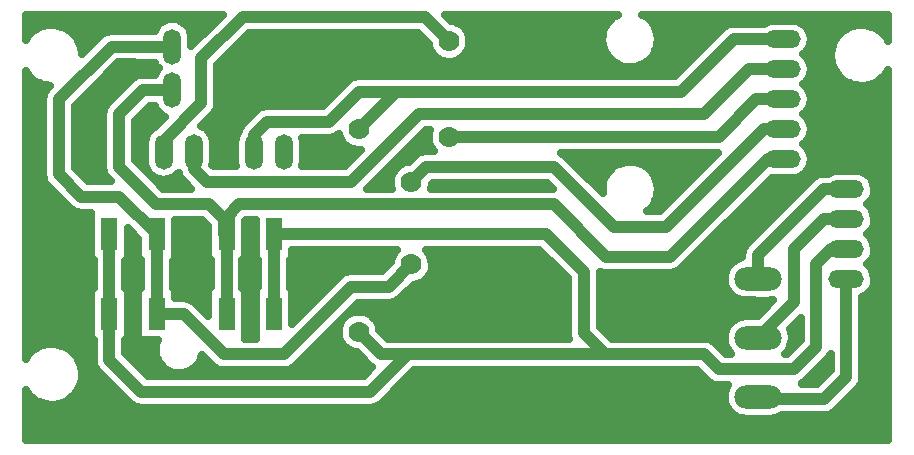
<source format=gbr>
G04 DipTrace 2.3.1.0*
%INBottom.gbr*%
%MOIN*%
%ADD13C,0.0394*%
%ADD14C,0.025*%
%ADD18R,0.0551X0.1083*%
%ADD19O,0.06X0.1181*%
%ADD20O,0.1181X0.0591*%
%ADD21O,0.0591X0.1181*%
%ADD22O,0.1575X0.0787*%
%ADD23C,0.07*%
%FSLAX44Y44*%
G04*
G70*
G90*
G75*
G01*
%LNBottom*%
%LPD*%
X12598Y8545D2*
D13*
Y11203D1*
X7120Y8535D2*
Y11193D1*
X29572Y17686D2*
X27936D1*
X26187Y15937D1*
X16687D1*
X15437Y14687D1*
Y7937D2*
X16187Y7187D1*
X17066D1*
X23638D1*
X26937D1*
X27437Y6687D1*
X29937D1*
X30687Y7437D1*
Y10187D1*
X31187Y10687D1*
X31687D1*
X11937Y13937D2*
Y14500D1*
X12374Y14937D1*
X14437D1*
X15437Y15937D1*
X16687D1*
X12598Y11203D2*
X21671D1*
X22937Y9937D1*
Y7888D1*
X23638Y7187D1*
X7120Y8535D2*
Y7004D1*
X8187Y5937D1*
X15816D1*
X17066Y7187D1*
X14215Y15987D2*
Y17449D1*
X10937Y13937D2*
Y16187D1*
X11437Y16687D1*
X13453D1*
X14215Y17449D1*
Y16813D1*
X23311D1*
X23437Y16687D1*
X25437D1*
X27189Y18439D1*
X30377D1*
X30937Y17879D1*
Y13687D1*
X29936Y12686D1*
X29572D1*
X8695Y8535D2*
Y11193D1*
X7450Y12437D1*
X6187D1*
X5437Y13187D1*
Y15687D1*
X7199Y17449D1*
X9215D1*
X8695Y8535D2*
X9589D1*
X10937Y7187D1*
X12937D1*
X15187Y9437D1*
X16437D1*
X17187Y10187D1*
Y12937D2*
X17687Y13437D1*
X21937D1*
X23937Y11437D1*
X25687D1*
X28937Y14687D1*
X29571D1*
X29572Y14686D1*
X11024Y11203D2*
Y8545D1*
Y8774D1*
X9215Y15987D2*
X8237D1*
X7437Y15187D1*
Y13437D1*
X8687Y12187D1*
X10437D1*
X10937Y11687D1*
Y11203D1*
X11024D1*
Y11774D1*
X11437Y12187D1*
X21937D1*
X23687Y10437D1*
X25814D1*
X29064Y13687D1*
X29571D1*
X29572Y13686D1*
X8937Y13937D2*
Y14313D1*
X10187Y15563D1*
Y17063D1*
X11563Y18439D1*
X17626D1*
X18439Y17626D1*
Y14437D2*
X27437D1*
X28686Y15686D1*
X29572D1*
X9937Y13937D2*
Y13376D1*
X10376Y12937D1*
X15187D1*
X17437Y15187D1*
X26937D1*
X28436Y16686D1*
X29572D1*
X31687Y9687D2*
Y6437D1*
X30937Y5687D1*
X28828D1*
X28744Y5772D1*
X31687Y11687D2*
X30937D1*
X29937Y10687D1*
Y8933D1*
X28744Y7740D1*
X31687Y12687D2*
X30937D1*
X28744Y10494D1*
Y9709D1*
D23*
X15437Y14687D3*
Y7937D3*
X17187Y10187D3*
Y12937D3*
X18439Y17626D3*
Y14437D3*
X4347Y18264D2*
D14*
X8838D1*
X9591D2*
X10615D1*
X18704D2*
X23728D1*
X25216D2*
X29006D1*
X30134D2*
X33057D1*
X4347Y18015D2*
X4627D1*
X5747D2*
X8623D1*
X9810D2*
X10369D1*
X19025D2*
X23584D1*
X25357D2*
X27494D1*
X30427D2*
X31627D1*
X32747D2*
X33057D1*
X6017Y17767D2*
X6744D1*
X9872D2*
X10119D1*
X11665D2*
X17525D1*
X19130D2*
X23529D1*
X25415D2*
X27244D1*
X30513D2*
X31353D1*
X6157Y17518D2*
X6494D1*
X11415D2*
X17740D1*
X19138D2*
X23541D1*
X25403D2*
X26994D1*
X30497D2*
X31217D1*
X11165Y17269D2*
X17834D1*
X19044D2*
X23623D1*
X25318D2*
X26748D1*
X30361D2*
X31158D1*
X10919Y17021D2*
X18100D1*
X18778D2*
X23811D1*
X25134D2*
X26498D1*
X30423D2*
X31158D1*
X7294Y16772D2*
X8689D1*
X10739D2*
X24326D1*
X24614D2*
X26248D1*
X30513D2*
X31225D1*
X7044Y16523D2*
X8607D1*
X10739D2*
X26002D1*
X30497D2*
X31373D1*
X4347Y16275D2*
X4662D1*
X6798D2*
X7752D1*
X10739D2*
X15002D1*
X30364D2*
X31662D1*
X32712D2*
X33057D1*
X4347Y16026D2*
X5006D1*
X6548D2*
X7502D1*
X10739D2*
X14752D1*
X30419D2*
X33057D1*
X4347Y15777D2*
X4893D1*
X6298D2*
X7256D1*
X10739D2*
X14506D1*
X30513D2*
X33057D1*
X4347Y15529D2*
X4885D1*
X6052D2*
X7010D1*
X10739D2*
X14256D1*
X30497D2*
X33057D1*
X4347Y15280D2*
X4885D1*
X5989D2*
X6893D1*
X8302D2*
X8717D1*
X10657D2*
X11943D1*
X30368D2*
X33057D1*
X4347Y15031D2*
X4885D1*
X5989D2*
X6885D1*
X8052D2*
X8885D1*
X10427D2*
X11697D1*
X30415D2*
X33057D1*
X4347Y14782D2*
X4885D1*
X5989D2*
X6885D1*
X7989D2*
X8611D1*
X10263D2*
X11467D1*
X30513D2*
X33057D1*
X4347Y14534D2*
X4885D1*
X5989D2*
X6885D1*
X7989D2*
X8361D1*
X10513D2*
X11361D1*
X17556D2*
X17740D1*
X30501D2*
X33057D1*
X4347Y14285D2*
X4885D1*
X5989D2*
X6885D1*
X7989D2*
X8287D1*
X10587D2*
X11287D1*
X13587D2*
X14861D1*
X17306D2*
X17748D1*
X30372D2*
X33057D1*
X4347Y14036D2*
X4885D1*
X5989D2*
X6885D1*
X7989D2*
X8283D1*
X10587D2*
X11283D1*
X13587D2*
X15209D1*
X17060D2*
X17861D1*
X30411D2*
X33057D1*
X4347Y13788D2*
X4885D1*
X5989D2*
X6885D1*
X7989D2*
X8283D1*
X10587D2*
X11283D1*
X13587D2*
X15264D1*
X16810D2*
X17264D1*
X22361D2*
X27264D1*
X30509D2*
X33057D1*
X4347Y13539D2*
X4885D1*
X5989D2*
X6885D1*
X8107D2*
X8293D1*
X10579D2*
X11295D1*
X13579D2*
X15018D1*
X16560D2*
X16842D1*
X22607D2*
X24096D1*
X24849D2*
X27018D1*
X30501D2*
X33057D1*
X4347Y13290D2*
X4885D1*
X6107D2*
X6904D1*
X16314D2*
X16580D1*
X22857D2*
X23748D1*
X25193D2*
X26768D1*
X30376D2*
X31197D1*
X32177D2*
X33057D1*
X4347Y13042D2*
X4904D1*
X6357D2*
X7061D1*
X8607D2*
X8733D1*
X9146D2*
X9502D1*
X16064D2*
X16490D1*
X23107D2*
X23596D1*
X25349D2*
X26518D1*
X29193D2*
X30518D1*
X32525D2*
X33057D1*
X4347Y12793D2*
X5057D1*
X8853D2*
X9748D1*
X15814D2*
X16494D1*
X17880D2*
X21807D1*
X23353D2*
X23528D1*
X25411D2*
X26271D1*
X28943D2*
X30271D1*
X32626D2*
X33057D1*
X4347Y12544D2*
X5307D1*
X25407D2*
X26021D1*
X28693D2*
X30021D1*
X32618D2*
X33057D1*
X4347Y12296D2*
X5557D1*
X25333D2*
X25771D1*
X28446D2*
X29771D1*
X32497D2*
X33057D1*
X4347Y12047D2*
X5807D1*
X25161D2*
X25525D1*
X28196D2*
X29525D1*
X32521D2*
X33057D1*
X4347Y11798D2*
X6486D1*
X27946D2*
X29275D1*
X32626D2*
X33057D1*
X4347Y11550D2*
X6486D1*
X9325D2*
X10303D1*
X11657D2*
X11967D1*
X27700D2*
X29025D1*
X32618D2*
X33057D1*
X4347Y11301D2*
X6486D1*
X9325D2*
X10385D1*
X11657D2*
X11967D1*
X27450D2*
X28779D1*
X32501D2*
X33057D1*
X4347Y11052D2*
X6486D1*
X7751D2*
X8064D1*
X9325D2*
X10393D1*
X11657D2*
X11967D1*
X27200D2*
X28529D1*
X32517D2*
X33057D1*
X4347Y10803D2*
X6486D1*
X7751D2*
X8064D1*
X9325D2*
X10393D1*
X11657D2*
X11967D1*
X26954D2*
X28291D1*
X32622D2*
X33057D1*
X4347Y10555D2*
X6486D1*
X7751D2*
X8064D1*
X9325D2*
X10393D1*
X11657D2*
X11967D1*
X13232D2*
X16588D1*
X17786D2*
X21545D1*
X26704D2*
X28193D1*
X32618D2*
X33057D1*
X4347Y10306D2*
X6568D1*
X7673D2*
X8143D1*
X9247D2*
X10471D1*
X11575D2*
X12045D1*
X13153D2*
X16490D1*
X17884D2*
X21795D1*
X26454D2*
X27912D1*
X32505D2*
X33057D1*
X4347Y10057D2*
X6568D1*
X7673D2*
X8143D1*
X9247D2*
X10471D1*
X11575D2*
X12045D1*
X13153D2*
X16283D1*
X17880D2*
X22045D1*
X26208D2*
X27689D1*
X32513D2*
X33057D1*
X4347Y9809D2*
X6568D1*
X7673D2*
X8143D1*
X9247D2*
X10471D1*
X11575D2*
X12045D1*
X13153D2*
X14787D1*
X17778D2*
X22291D1*
X23489D2*
X27607D1*
X32622D2*
X33057D1*
X4347Y9560D2*
X6568D1*
X7673D2*
X8143D1*
X9247D2*
X10471D1*
X11575D2*
X12045D1*
X13153D2*
X14537D1*
X17482D2*
X22385D1*
X23489D2*
X27615D1*
X32622D2*
X33057D1*
X4347Y9311D2*
X6486D1*
X7751D2*
X8064D1*
X9325D2*
X10393D1*
X11657D2*
X11967D1*
X13232D2*
X14287D1*
X17083D2*
X22385D1*
X23489D2*
X27717D1*
X32509D2*
X33057D1*
X4347Y9063D2*
X6486D1*
X7751D2*
X8064D1*
X9646D2*
X10393D1*
X11657D2*
X11967D1*
X13232D2*
X14041D1*
X16837D2*
X22385D1*
X23489D2*
X27994D1*
X32239D2*
X33057D1*
X4347Y8814D2*
X6486D1*
X7751D2*
X8064D1*
X10083D2*
X10393D1*
X11657D2*
X11967D1*
X13232D2*
X13791D1*
X15337D2*
X22385D1*
X23489D2*
X29045D1*
X32239D2*
X33057D1*
X4347Y8565D2*
X6486D1*
X7751D2*
X8064D1*
X11657D2*
X11967D1*
X13232D2*
X13541D1*
X15728D2*
X22385D1*
X23489D2*
X28795D1*
X32239D2*
X33057D1*
X4347Y8317D2*
X6486D1*
X7751D2*
X8064D1*
X11657D2*
X11967D1*
X16028D2*
X22385D1*
X23489D2*
X27885D1*
X32239D2*
X33057D1*
X4347Y8068D2*
X6486D1*
X7751D2*
X8064D1*
X11657D2*
X11967D1*
X14591D2*
X14744D1*
X16130D2*
X22385D1*
X23528D2*
X27678D1*
X29845D2*
X30135D1*
X32239D2*
X33057D1*
X4347Y7819D2*
X6486D1*
X7751D2*
X8064D1*
X11657D2*
X11967D1*
X14341D2*
X14740D1*
X16325D2*
X22389D1*
X23778D2*
X27603D1*
X29884D2*
X30135D1*
X32239D2*
X33057D1*
X4347Y7571D2*
X6568D1*
X7673D2*
X8670D1*
X14095D2*
X14838D1*
X27325D2*
X27619D1*
X29868D2*
X30049D1*
X32239D2*
X33057D1*
X4347Y7322D2*
X4537D1*
X5837D2*
X6568D1*
X7673D2*
X8635D1*
X13845D2*
X15119D1*
X27575D2*
X27732D1*
X32239D2*
X33057D1*
X6064Y7073D2*
X6568D1*
X7821D2*
X8682D1*
X10193D2*
X10280D1*
X13595D2*
X15529D1*
X32239D2*
X33057D1*
X6177Y6824D2*
X6600D1*
X8071D2*
X8830D1*
X10044D2*
X10525D1*
X13349D2*
X15775D1*
X30849D2*
X31135D1*
X32239D2*
X33057D1*
X6224Y6576D2*
X6775D1*
X8321D2*
X9260D1*
X9614D2*
X15682D1*
X17228D2*
X26775D1*
X30599D2*
X31053D1*
X32239D2*
X33057D1*
X6204Y6327D2*
X7025D1*
X16978D2*
X27025D1*
X30349D2*
X30803D1*
X32228D2*
X33057D1*
X6118Y6078D2*
X7271D1*
X16728D2*
X27666D1*
X32099D2*
X33057D1*
X4347Y5830D2*
X4428D1*
X5946D2*
X7521D1*
X16482D2*
X27603D1*
X31853D2*
X33057D1*
X4347Y5581D2*
X4799D1*
X5575D2*
X7771D1*
X16232D2*
X27627D1*
X31603D2*
X33057D1*
X4347Y5332D2*
X27748D1*
X31357D2*
X33057D1*
X4347Y5084D2*
X28096D1*
X29392D2*
X33057D1*
X4347Y4835D2*
X33057D1*
X4347Y4586D2*
X33057D1*
X4347Y4338D2*
X33057D1*
X7728Y11413D2*
Y10319D1*
X7649Y10318D1*
Y9407D1*
X7728Y9408D1*
Y7662D1*
X7649Y7660D1*
Y7226D1*
X8408Y6464D1*
X9937Y6466D1*
X15597D1*
X15886Y6756D1*
X15813Y6813D1*
X15368Y7258D1*
X15260Y7279D1*
X15143Y7322D1*
X15036Y7386D1*
X14942Y7468D1*
X14865Y7566D1*
X14807Y7677D1*
X14770Y7796D1*
X14755Y7920D1*
X14764Y8044D1*
X14795Y8165D1*
X14847Y8279D1*
X14919Y8381D1*
X15009Y8468D1*
X15113Y8537D1*
X15227Y8586D1*
X15349Y8613D1*
X15474Y8618D1*
X15597Y8600D1*
X15715Y8559D1*
X15824Y8498D1*
X15920Y8418D1*
X16000Y8322D1*
X16060Y8213D1*
X16100Y8095D1*
X16113Y8006D1*
X16405Y7717D1*
X22437Y7716D1*
X22410Y7852D1*
X22408Y9720D1*
X21450Y10676D1*
X20046Y10674D1*
X17670Y10668D1*
X17750Y10572D1*
X17810Y10463D1*
X17850Y10345D1*
X17869Y10187D1*
X17857Y10063D1*
X17824Y9943D1*
X17768Y9831D1*
X17694Y9731D1*
X17602Y9646D1*
X17496Y9579D1*
X17380Y9533D1*
X17254Y9509D1*
X16811Y9063D1*
X16713Y8986D1*
X16600Y8934D1*
X16437Y8908D1*
X15410D1*
X14677Y8179D1*
X13311Y6813D1*
X13213Y6736D1*
X13100Y6684D1*
X12937Y6658D1*
X10937D1*
X10813Y6673D1*
X10696Y6716D1*
X10563Y6813D1*
X10196Y7181D1*
X10173Y7091D1*
X10124Y6976D1*
X10058Y6871D1*
X9975Y6777D1*
X9878Y6698D1*
X9770Y6636D1*
X9654Y6592D1*
X9531Y6566D1*
X9406Y6561D1*
X9282Y6576D1*
X9163Y6611D1*
X9050Y6664D1*
X8947Y6735D1*
X8857Y6821D1*
X8781Y6921D1*
X8723Y7032D1*
X8684Y7150D1*
X8663Y7273D1*
Y7398D1*
X8683Y7521D1*
X8735Y7664D1*
X8087Y7662D1*
Y9408D1*
X8166Y9410D1*
Y10320D1*
X8087Y10319D1*
Y11050D1*
X7727Y11413D1*
X6594Y10319D2*
X6513D1*
Y11909D1*
X6187Y11908D1*
X6063Y11923D1*
X5946Y11966D1*
X5813Y12063D1*
X5063Y12813D1*
X4986Y12911D1*
X4934Y13024D1*
X4908Y13187D1*
Y15687D1*
X4923Y15811D1*
X4966Y15928D1*
X5063Y16061D1*
X5149Y16146D1*
X5028Y16156D1*
X4906Y16183D1*
X4788Y16225D1*
X4676Y16282D1*
X4573Y16351D1*
X4478Y16433D1*
X4395Y16526D1*
X4321Y16632D1*
X4322Y7048D1*
X4404Y7167D1*
X4489Y7259D1*
X4585Y7339D1*
X4690Y7407D1*
X4802Y7462D1*
X4921Y7502D1*
X5043Y7527D1*
X5167Y7538D1*
X5292Y7532D1*
X5415Y7512D1*
X5535Y7476D1*
X5650Y7426D1*
X5757Y7362D1*
X5856Y7285D1*
X5944Y7197D1*
X6021Y7099D1*
X6085Y6992D1*
X6136Y6878D1*
X6172Y6758D1*
X6193Y6635D1*
X6199Y6526D1*
X6191Y6401D1*
X6168Y6278D1*
X6130Y6159D1*
X6078Y6046D1*
X6012Y5940D1*
X5934Y5842D1*
X5844Y5756D1*
X5744Y5681D1*
X5636Y5618D1*
X5521Y5570D1*
X5400Y5536D1*
X5277Y5517D1*
X5152Y5514D1*
X5028Y5526D1*
X4906Y5553D1*
X4788Y5595D1*
X4676Y5652D1*
X4573Y5721D1*
X4478Y5803D1*
X4395Y5896D1*
X4321Y6002D1*
X4322Y4322D1*
X33080D1*
X33078Y16676D1*
X33012Y16569D1*
X32934Y16472D1*
X32844Y16386D1*
X32744Y16310D1*
X32636Y16248D1*
X32521Y16200D1*
X32400Y16166D1*
X32277Y16147D1*
X32152Y16144D1*
X32028Y16156D1*
X31906Y16183D1*
X31788Y16225D1*
X31676Y16282D1*
X31573Y16351D1*
X31478Y16433D1*
X31395Y16526D1*
X31323Y16628D1*
X31265Y16739D1*
X31220Y16855D1*
X31191Y16977D1*
X31176Y17101D1*
X31177Y17226D1*
X31194Y17350D1*
X31225Y17470D1*
X31271Y17587D1*
X31331Y17696D1*
X31404Y17797D1*
X31489Y17889D1*
X31585Y17969D1*
X31690Y18037D1*
X31802Y18092D1*
X31921Y18132D1*
X32043Y18157D1*
X32167Y18167D1*
X32292Y18162D1*
X32415Y18142D1*
X32535Y18106D1*
X32650Y18056D1*
X32757Y17992D1*
X32856Y17915D1*
X32944Y17827D1*
X33021Y17729D1*
X33079Y17632D1*
X33080Y18513D1*
X24881D1*
X24972Y18462D1*
X25072Y18387D1*
X25161Y18300D1*
X25237Y18201D1*
X25300Y18093D1*
X25347Y17977D1*
X25378Y17856D1*
X25394Y17686D1*
X25386Y17562D1*
X25360Y17440D1*
X25319Y17322D1*
X25262Y17211D1*
X25190Y17108D1*
X25106Y17016D1*
X25009Y16937D1*
X24903Y16871D1*
X24789Y16820D1*
X24669Y16785D1*
X24546Y16767D1*
X24421Y16765D1*
X24297Y16781D1*
X24176Y16813D1*
X24061Y16861D1*
X23953Y16924D1*
X23855Y17001D1*
X23768Y17091D1*
X23694Y17191D1*
X23634Y17301D1*
X23589Y17418D1*
X23561Y17539D1*
X23550Y17664D1*
X23555Y17788D1*
X23577Y17911D1*
X23616Y18030D1*
X23670Y18143D1*
X23739Y18247D1*
X23821Y18341D1*
X23916Y18423D1*
X24066Y18513D1*
X18302D1*
X18511Y18301D1*
X18599Y18289D1*
X18717Y18248D1*
X18826Y18187D1*
X18922Y18107D1*
X19001Y18011D1*
X19062Y17902D1*
X19102Y17784D1*
X19120Y17626D1*
X19109Y17502D1*
X19075Y17382D1*
X19020Y17270D1*
X18945Y17170D1*
X18853Y17085D1*
X18748Y17018D1*
X18632Y16972D1*
X18509Y16948D1*
X18385Y16946D1*
X18262Y16967D1*
X18145Y17011D1*
X18037Y17075D1*
X17944Y17157D1*
X17866Y17255D1*
X17808Y17366D1*
X17771Y17485D1*
X17764Y17551D1*
X17405Y17912D1*
X16251Y17910D1*
X11778D1*
X11053Y17181D1*
X10713Y16841D1*
X10716Y15938D1*
Y15563D1*
X10701Y15439D1*
X10658Y15322D1*
X10561Y15189D1*
X10182Y14810D1*
X10326Y14724D1*
X10416Y14637D1*
X10487Y14535D1*
X10535Y14420D1*
X10561Y14298D1*
X10564Y13857D1*
X10560Y13642D1*
X10551Y13514D1*
X10595Y13465D1*
X11333Y13466D1*
X11317Y13547D1*
X11310Y13642D1*
X11314Y14232D1*
X11329Y14386D1*
X11371Y14503D1*
X11414Y14573D1*
X11423Y14624D1*
X11466Y14741D1*
X11563Y14874D1*
X12000Y15311D1*
X12098Y15388D1*
X12212Y15440D1*
X12374Y15466D1*
X14222D1*
X14770Y16018D1*
X15063Y16311D1*
X15161Y16388D1*
X15274Y16440D1*
X15437Y16466D1*
X25964D1*
X26697Y17195D1*
X27563Y18060D1*
X27661Y18137D1*
X27774Y18190D1*
X27936Y18215D1*
X28940D1*
X29075Y18280D1*
X29196Y18308D1*
X29401Y18314D1*
X29867Y18310D1*
X29912Y18312D1*
X30035Y18291D1*
X30151Y18246D1*
X30256Y18178D1*
X30346Y18092D1*
X30417Y17989D1*
X30465Y17874D1*
X30491Y17752D1*
X30494Y17686D1*
X30482Y17562D1*
X30445Y17443D1*
X30385Y17333D1*
X30305Y17238D1*
X30241Y17187D1*
X30346Y17092D1*
X30417Y16989D1*
X30465Y16874D1*
X30491Y16752D1*
X30494Y16686D1*
X30482Y16562D1*
X30445Y16443D1*
X30385Y16333D1*
X30305Y16238D1*
X30241Y16187D1*
X30346Y16092D1*
X30417Y15989D1*
X30465Y15874D1*
X30491Y15752D1*
X30494Y15686D1*
X30482Y15562D1*
X30445Y15443D1*
X30385Y15333D1*
X30305Y15238D1*
X30241Y15187D1*
X30346Y15092D1*
X30417Y14989D1*
X30465Y14874D1*
X30491Y14752D1*
X30494Y14686D1*
X30482Y14562D1*
X30445Y14443D1*
X30385Y14333D1*
X30305Y14238D1*
X30241Y14187D1*
X30346Y14092D1*
X30417Y13989D1*
X30465Y13874D1*
X30491Y13752D1*
X30494Y13686D1*
X30482Y13562D1*
X30445Y13443D1*
X30385Y13333D1*
X30305Y13238D1*
X30208Y13160D1*
X30097Y13103D1*
X29977Y13069D1*
X29867Y13059D1*
X29276Y13063D1*
X29196Y13068D1*
X28554Y12429D1*
X26187Y10063D1*
X26090Y9986D1*
X25976Y9934D1*
X25814Y9908D1*
X23687D1*
X23466Y9937D1*
Y8105D1*
X23855Y7718D1*
X26513Y7716D1*
X26937D1*
X27061Y7701D1*
X27178Y7658D1*
X27311Y7561D1*
X27656Y7216D1*
X27847D1*
X27734Y7356D1*
X27678Y7468D1*
X27641Y7587D1*
X27625Y7711D1*
X27631Y7835D1*
X27658Y7957D1*
X27705Y8073D1*
X27772Y8178D1*
X27855Y8271D1*
X27954Y8348D1*
X28064Y8407D1*
X28182Y8446D1*
X28349Y8463D1*
X28723Y8468D1*
X29245Y8990D1*
X29012Y8983D1*
X28350Y8987D1*
X28240Y8991D1*
X28119Y9021D1*
X28004Y9071D1*
X27900Y9139D1*
X27809Y9225D1*
X27734Y9325D1*
X27678Y9436D1*
X27641Y9555D1*
X27625Y9679D1*
X27631Y9804D1*
X27658Y9926D1*
X27705Y10041D1*
X27772Y10147D1*
X27855Y10240D1*
X27954Y10317D1*
X28064Y10375D1*
X28217Y10420D1*
X28215Y10494D1*
X28230Y10618D1*
X28273Y10734D1*
X28370Y10868D1*
X30563Y13061D1*
X30661Y13138D1*
X30775Y13190D1*
X30937Y13216D1*
X31058D1*
X31190Y13281D1*
X31312Y13309D1*
X31517Y13314D1*
X31982Y13310D1*
X32027Y13313D1*
X32150Y13291D1*
X32266Y13246D1*
X32371Y13179D1*
X32461Y13092D1*
X32532Y12989D1*
X32581Y12875D1*
X32606Y12752D1*
X32609Y12687D1*
X32597Y12563D1*
X32560Y12444D1*
X32501Y12334D1*
X32420Y12238D1*
X32356Y12187D1*
X32461Y12092D1*
X32532Y11989D1*
X32581Y11875D1*
X32606Y11752D1*
X32609Y11687D1*
X32597Y11563D1*
X32560Y11444D1*
X32501Y11334D1*
X32420Y11238D1*
X32356Y11187D1*
X32461Y11092D1*
X32532Y10989D1*
X32581Y10875D1*
X32606Y10752D1*
X32609Y10687D1*
X32597Y10563D1*
X32560Y10444D1*
X32501Y10334D1*
X32420Y10238D1*
X32356Y10187D1*
X32461Y10092D1*
X32532Y9989D1*
X32581Y9875D1*
X32606Y9752D1*
X32609Y9687D1*
X32597Y9563D1*
X32560Y9444D1*
X32501Y9334D1*
X32420Y9238D1*
X32323Y9161D1*
X32215Y9105D1*
X32216Y6437D1*
X32201Y6313D1*
X32158Y6196D1*
X32061Y6063D1*
X31311Y5313D1*
X31213Y5236D1*
X31100Y5184D1*
X30937Y5158D1*
X29527D1*
X29396Y5094D1*
X29276Y5060D1*
X29137Y5046D1*
X28350Y5050D1*
X28240Y5054D1*
X28119Y5084D1*
X28004Y5134D1*
X27900Y5202D1*
X27809Y5288D1*
X27734Y5388D1*
X27678Y5499D1*
X27641Y5618D1*
X27625Y5742D1*
X27631Y5867D1*
X27658Y5989D1*
X27705Y6104D1*
X27741Y6160D1*
X27437Y6158D1*
X27313Y6173D1*
X27196Y6216D1*
X27063Y6313D1*
X26718Y6658D1*
X17282D1*
X16189Y5563D1*
X16091Y5486D1*
X15978Y5434D1*
X15816Y5408D1*
X8187D1*
X8063Y5423D1*
X7946Y5466D1*
X7813Y5563D1*
X6746Y6630D1*
X6669Y6728D1*
X6617Y6841D1*
X6591Y7004D1*
Y7664D1*
X6513Y7662D1*
Y9408D1*
X6591Y9410D1*
Y10320D1*
X9302Y11656D2*
Y10319D1*
X9224Y10318D1*
Y9407D1*
X9302Y9408D1*
Y9061D1*
X9589Y9064D1*
X9713Y9049D1*
X9830Y9006D1*
X9963Y8909D1*
X10419Y8453D1*
X10416Y9418D1*
X10495Y9420D1*
Y10330D1*
X10416D1*
X10414Y11123D1*
X10408Y11203D1*
Y11464D1*
X10218Y11658D1*
X9300D1*
X13124Y9418D2*
X13206D1*
Y8204D1*
X14813Y9811D1*
X14911Y9888D1*
X15024Y9940D1*
X15187Y9966D1*
X16214D1*
X16508Y10256D1*
X16545Y10415D1*
X16597Y10529D1*
X16669Y10631D1*
X16717Y10677D1*
X15671Y10674D1*
X13206D1*
Y10330D1*
X13127Y10328D1*
Y9418D1*
X11991Y7715D2*
Y9418D1*
X12070Y9420D1*
Y10330D1*
X11991D1*
Y11662D1*
X11660Y11658D1*
X11631Y11634D1*
Y10330D1*
X11552Y10328D1*
Y9418D1*
X11631D1*
Y7714D1*
X11988Y7716D1*
X8632Y16517D2*
X8700Y16643D1*
X8761Y16720D1*
X8683Y16818D1*
X8632Y16919D1*
X7415Y16921D1*
X6778Y16280D1*
X5963Y15465D1*
X5966Y14687D1*
Y13410D1*
X6405Y12967D1*
X7160Y12966D1*
X7063Y13063D1*
X6986Y13161D1*
X6934Y13274D1*
X6908Y13437D1*
Y15187D1*
X6923Y15311D1*
X6966Y15428D1*
X7063Y15561D1*
X7863Y16361D1*
X7961Y16438D1*
X8075Y16490D1*
X8237Y16516D1*
X8632D1*
X8984Y15111D2*
X8856Y15177D1*
X8761Y15258D1*
X8683Y15356D1*
X8632Y15457D1*
X8454Y15458D1*
X7967Y14970D1*
X7966Y13660D1*
X8695Y12927D1*
X8907Y12714D1*
X9847Y12716D1*
X9563Y13002D1*
X9486Y13100D1*
X9432Y13221D1*
X9375Y13193D1*
X9278Y13115D1*
X9167Y13058D1*
X9047Y13024D1*
X8922Y13015D1*
X8798Y13030D1*
X8680Y13070D1*
X8572Y13132D1*
X8478Y13214D1*
X8403Y13314D1*
X8348Y13426D1*
X8317Y13547D1*
X8310Y13642D1*
X8314Y14232D1*
X8329Y14386D1*
X8371Y14503D1*
X8436Y14610D1*
X8521Y14701D1*
X8622Y14774D1*
X8675Y14799D1*
X8986Y15109D1*
X8632Y17979D2*
X8700Y18106D1*
X8782Y18200D1*
X8881Y18276D1*
X8993Y18331D1*
X9113Y18363D1*
X9238Y18371D1*
X9361Y18355D1*
X9479Y18314D1*
X9587Y18251D1*
X9680Y18168D1*
X9755Y18068D1*
X9809Y17955D1*
X9840Y17835D1*
X9847Y17615D1*
Y17470D1*
X10888Y18511D1*
X6580Y18513D1*
X4322D1*
Y17681D1*
X4404Y17797D1*
X4489Y17889D1*
X4585Y17969D1*
X4690Y18037D1*
X4802Y18092D1*
X4921Y18132D1*
X5043Y18157D1*
X5167Y18167D1*
X5292Y18162D1*
X5415Y18142D1*
X5535Y18106D1*
X5650Y18056D1*
X5757Y17992D1*
X5856Y17915D1*
X5944Y17827D1*
X6021Y17729D1*
X6085Y17622D1*
X6136Y17507D1*
X6172Y17388D1*
X6197Y17193D1*
X6825Y17823D1*
X6923Y17900D1*
X7037Y17952D1*
X7199Y17978D1*
X8633D1*
X25386Y12562D2*
X25360Y12440D1*
X25319Y12322D1*
X25262Y12211D1*
X25190Y12108D1*
X25106Y12016D1*
X25042Y11964D1*
X25464Y11966D1*
X26197Y12695D1*
X27410Y13907D1*
X22178Y13908D1*
X22311Y13811D1*
X23557Y12565D1*
X23555Y12788D1*
X23577Y12911D1*
X23616Y13030D1*
X23670Y13143D1*
X23739Y13247D1*
X23821Y13341D1*
X23916Y13423D1*
X24020Y13491D1*
X24133Y13544D1*
X24252Y13582D1*
X24375Y13604D1*
X24500Y13608D1*
X24624Y13596D1*
X24746Y13567D1*
X24862Y13522D1*
X24972Y13462D1*
X25072Y13387D1*
X25161Y13300D1*
X25237Y13201D1*
X25300Y13093D1*
X25347Y12977D1*
X25378Y12856D1*
X25394Y12686D1*
X25386Y12562D1*
X13538Y14408D2*
X13561Y14298D1*
X13564Y13857D1*
X13560Y13642D1*
X13552Y13518D1*
X13537Y13469D1*
X14376Y13466D1*
X14966D1*
X15508Y14009D1*
X15383Y14007D1*
X15260Y14029D1*
X15143Y14072D1*
X15036Y14136D1*
X14942Y14218D1*
X14865Y14316D1*
X14807Y14427D1*
X14776Y14527D1*
X14713Y14486D1*
X14600Y14434D1*
X14437Y14408D1*
X13542D1*
X29852Y7616D2*
X29820Y7495D1*
X29768Y7382D1*
X29697Y7279D1*
X29635Y7215D1*
X29714Y7216D1*
X30157Y7655D1*
X30158Y8410D1*
X29794Y8043D1*
X29840Y7922D1*
X29863Y7740D1*
X29852Y7616D1*
X30972Y6975D2*
X30311Y6313D1*
X30206Y6232D1*
X30203Y6216D1*
X30715D1*
X31157Y6655D1*
X31158Y7196D1*
X31061Y7063D1*
X30972Y6975D1*
X17120Y13617D2*
X17313Y13811D1*
X17411Y13888D1*
X17524Y13940D1*
X17687Y13966D1*
X17944Y13968D1*
X17866Y14066D1*
X17808Y14177D1*
X17771Y14296D1*
X17757Y14420D1*
X17765Y14544D1*
X17795Y14662D1*
X17660Y14658D1*
X16927Y13929D1*
X15714Y12717D1*
X16542Y12716D1*
X16520Y12796D1*
X16505Y12920D1*
X16514Y13044D1*
X16545Y13165D1*
X16597Y13279D1*
X16669Y13381D1*
X16759Y13468D1*
X16863Y13537D1*
X16977Y13586D1*
X17119Y13614D1*
X17903Y12906D2*
X17865Y12867D1*
X17831Y12719D1*
X18937Y12716D1*
X21910D1*
X21715Y12911D1*
X20937Y12908D1*
X17910D1*
D18*
X7120Y11193D3*
Y8535D3*
X8695Y11193D3*
Y8535D3*
X12598Y8545D3*
Y11203D3*
X11024Y8545D3*
Y11203D3*
D19*
X9215Y15987D3*
X14215D3*
X9215Y17449D3*
X14215D3*
D20*
X31687Y9687D3*
Y10687D3*
Y11687D3*
Y12687D3*
X29572Y17686D3*
Y16686D3*
Y15686D3*
Y14686D3*
Y13686D3*
Y12686D3*
D21*
X8937Y13937D3*
X9937D3*
X10937D3*
X11937D3*
X12937D3*
D22*
X28744Y9709D3*
Y7740D3*
Y5772D3*
M02*

</source>
